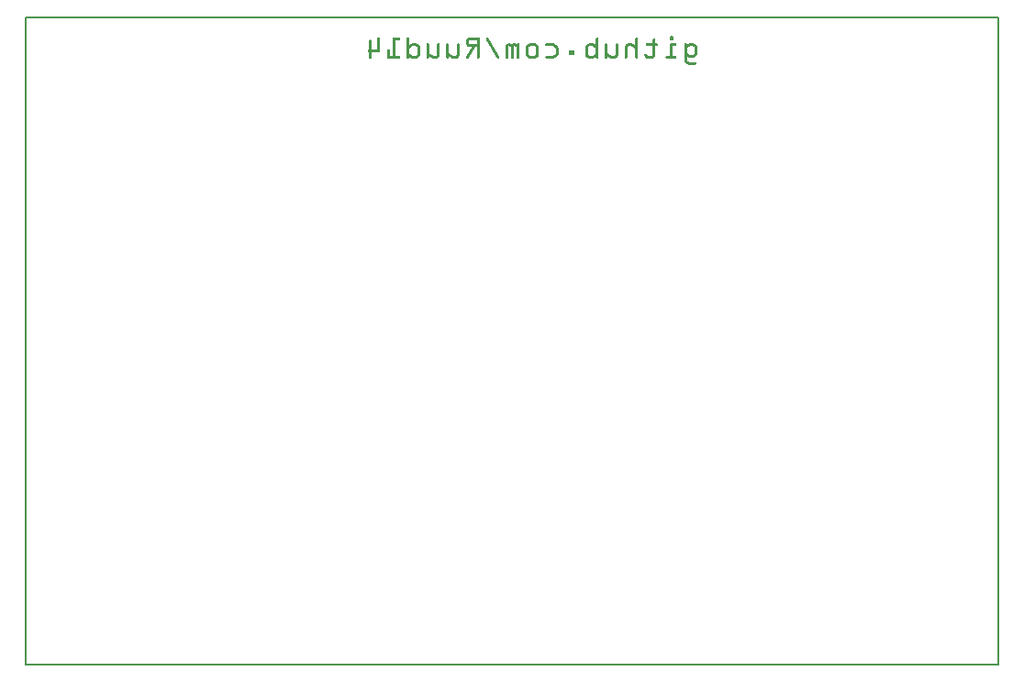
<source format=gbo>
G04 MADE WITH FRITZING*
G04 WWW.FRITZING.ORG*
G04 DOUBLE SIDED*
G04 HOLES PLATED*
G04 CONTOUR ON CENTER OF CONTOUR VECTOR*
%ASAXBY*%
%FSLAX23Y23*%
%MOIN*%
%OFA0B0*%
%SFA1.0B1.0*%
%ADD10R,3.543310X2.362200X3.527310X2.346200*%
%ADD11C,0.008000*%
%ADD12R,0.001000X0.001000*%
%LNSILK0*%
G90*
G70*
G54D11*
X4Y2358D02*
X3539Y2358D01*
X3539Y4D01*
X4Y4D01*
X4Y2358D01*
D02*
G54D12*
X2348Y2289D02*
X2355Y2289D01*
X2346Y2288D02*
X2357Y2288D01*
X2345Y2287D02*
X2358Y2287D01*
X2345Y2286D02*
X2358Y2286D01*
X2345Y2285D02*
X2358Y2285D01*
X1284Y2284D02*
X1289Y2284D01*
X1337Y2284D02*
X1363Y2284D01*
X1391Y2284D02*
X1396Y2284D01*
X1614Y2284D02*
X1653Y2284D01*
X1679Y2284D02*
X1684Y2284D01*
X2078Y2284D02*
X2083Y2284D01*
X2222Y2284D02*
X2227Y2284D01*
X2344Y2284D02*
X2359Y2284D01*
X1283Y2283D02*
X1290Y2283D01*
X1337Y2283D02*
X1364Y2283D01*
X1390Y2283D02*
X1397Y2283D01*
X1612Y2283D02*
X1653Y2283D01*
X1678Y2283D02*
X1685Y2283D01*
X2077Y2283D02*
X2084Y2283D01*
X2221Y2283D02*
X2228Y2283D01*
X2344Y2283D02*
X2359Y2283D01*
X1282Y2282D02*
X1291Y2282D01*
X1337Y2282D02*
X1365Y2282D01*
X1389Y2282D02*
X1397Y2282D01*
X1611Y2282D02*
X1653Y2282D01*
X1677Y2282D02*
X1685Y2282D01*
X2077Y2282D02*
X2085Y2282D01*
X2221Y2282D02*
X2229Y2282D01*
X2344Y2282D02*
X2359Y2282D01*
X1282Y2281D02*
X1291Y2281D01*
X1337Y2281D02*
X1365Y2281D01*
X1389Y2281D02*
X1398Y2281D01*
X1610Y2281D02*
X1653Y2281D01*
X1677Y2281D02*
X1686Y2281D01*
X2076Y2281D02*
X2085Y2281D01*
X2220Y2281D02*
X2229Y2281D01*
X2344Y2281D02*
X2359Y2281D01*
X1282Y2280D02*
X1291Y2280D01*
X1337Y2280D02*
X1365Y2280D01*
X1389Y2280D02*
X1398Y2280D01*
X1609Y2280D02*
X1653Y2280D01*
X1677Y2280D02*
X1687Y2280D01*
X2076Y2280D02*
X2085Y2280D01*
X2220Y2280D02*
X2229Y2280D01*
X2285Y2280D02*
X2289Y2280D01*
X2344Y2280D02*
X2359Y2280D01*
X1282Y2279D02*
X1291Y2279D01*
X1337Y2279D02*
X1365Y2279D01*
X1389Y2279D02*
X1398Y2279D01*
X1608Y2279D02*
X1653Y2279D01*
X1677Y2279D02*
X1687Y2279D01*
X2076Y2279D02*
X2085Y2279D01*
X2220Y2279D02*
X2229Y2279D01*
X2284Y2279D02*
X2290Y2279D01*
X2345Y2279D02*
X2358Y2279D01*
X1282Y2278D02*
X1291Y2278D01*
X1337Y2278D02*
X1365Y2278D01*
X1389Y2278D02*
X1398Y2278D01*
X1607Y2278D02*
X1653Y2278D01*
X1677Y2278D02*
X1688Y2278D01*
X2076Y2278D02*
X2085Y2278D01*
X2220Y2278D02*
X2229Y2278D01*
X2283Y2278D02*
X2291Y2278D01*
X2345Y2278D02*
X2358Y2278D01*
X1282Y2277D02*
X1291Y2277D01*
X1337Y2277D02*
X1364Y2277D01*
X1389Y2277D02*
X1398Y2277D01*
X1606Y2277D02*
X1653Y2277D01*
X1678Y2277D02*
X1688Y2277D01*
X2076Y2277D02*
X2085Y2277D01*
X2220Y2277D02*
X2229Y2277D01*
X2283Y2277D02*
X2291Y2277D01*
X2345Y2277D02*
X2358Y2277D01*
X1255Y2276D02*
X1258Y2276D01*
X1282Y2276D02*
X1291Y2276D01*
X1337Y2276D02*
X1364Y2276D01*
X1389Y2276D02*
X1398Y2276D01*
X1606Y2276D02*
X1653Y2276D01*
X1678Y2276D02*
X1689Y2276D01*
X2076Y2276D02*
X2085Y2276D01*
X2220Y2276D02*
X2229Y2276D01*
X2282Y2276D02*
X2291Y2276D01*
X2346Y2276D02*
X2357Y2276D01*
X1254Y2275D02*
X1260Y2275D01*
X1282Y2275D02*
X1291Y2275D01*
X1337Y2275D02*
X1362Y2275D01*
X1389Y2275D02*
X1398Y2275D01*
X1606Y2275D02*
X1653Y2275D01*
X1679Y2275D02*
X1689Y2275D01*
X2076Y2275D02*
X2085Y2275D01*
X2220Y2275D02*
X2229Y2275D01*
X2282Y2275D02*
X2291Y2275D01*
X2348Y2275D02*
X2355Y2275D01*
X1253Y2274D02*
X1261Y2274D01*
X1282Y2274D02*
X1291Y2274D01*
X1337Y2274D02*
X1346Y2274D01*
X1389Y2274D02*
X1398Y2274D01*
X1605Y2274D02*
X1616Y2274D01*
X1644Y2274D02*
X1653Y2274D01*
X1679Y2274D02*
X1690Y2274D01*
X2076Y2274D02*
X2085Y2274D01*
X2220Y2274D02*
X2229Y2274D01*
X2282Y2274D02*
X2291Y2274D01*
X1252Y2273D02*
X1261Y2273D01*
X1282Y2273D02*
X1291Y2273D01*
X1337Y2273D02*
X1346Y2273D01*
X1389Y2273D02*
X1398Y2273D01*
X1605Y2273D02*
X1615Y2273D01*
X1644Y2273D02*
X1653Y2273D01*
X1680Y2273D02*
X1691Y2273D01*
X2076Y2273D02*
X2085Y2273D01*
X2220Y2273D02*
X2229Y2273D01*
X2282Y2273D02*
X2291Y2273D01*
X1252Y2272D02*
X1261Y2272D01*
X1282Y2272D02*
X1291Y2272D01*
X1337Y2272D02*
X1346Y2272D01*
X1389Y2272D02*
X1398Y2272D01*
X1605Y2272D02*
X1614Y2272D01*
X1644Y2272D02*
X1653Y2272D01*
X1680Y2272D02*
X1691Y2272D01*
X2076Y2272D02*
X2085Y2272D01*
X2220Y2272D02*
X2229Y2272D01*
X2282Y2272D02*
X2291Y2272D01*
X1252Y2271D02*
X1261Y2271D01*
X1282Y2271D02*
X1291Y2271D01*
X1337Y2271D02*
X1346Y2271D01*
X1389Y2271D02*
X1398Y2271D01*
X1605Y2271D02*
X1614Y2271D01*
X1644Y2271D02*
X1653Y2271D01*
X1681Y2271D02*
X1692Y2271D01*
X2076Y2271D02*
X2085Y2271D01*
X2220Y2271D02*
X2229Y2271D01*
X2282Y2271D02*
X2291Y2271D01*
X1252Y2270D02*
X1261Y2270D01*
X1282Y2270D02*
X1291Y2270D01*
X1337Y2270D02*
X1346Y2270D01*
X1389Y2270D02*
X1398Y2270D01*
X1605Y2270D02*
X1614Y2270D01*
X1644Y2270D02*
X1653Y2270D01*
X1682Y2270D02*
X1692Y2270D01*
X2076Y2270D02*
X2085Y2270D01*
X2220Y2270D02*
X2229Y2270D01*
X2282Y2270D02*
X2291Y2270D01*
X1252Y2269D02*
X1261Y2269D01*
X1282Y2269D02*
X1291Y2269D01*
X1337Y2269D02*
X1346Y2269D01*
X1389Y2269D02*
X1398Y2269D01*
X1605Y2269D02*
X1614Y2269D01*
X1644Y2269D02*
X1653Y2269D01*
X1682Y2269D02*
X1693Y2269D01*
X2076Y2269D02*
X2085Y2269D01*
X2220Y2269D02*
X2229Y2269D01*
X2282Y2269D02*
X2291Y2269D01*
X1252Y2268D02*
X1261Y2268D01*
X1282Y2268D02*
X1291Y2268D01*
X1337Y2268D02*
X1346Y2268D01*
X1389Y2268D02*
X1398Y2268D01*
X1605Y2268D02*
X1614Y2268D01*
X1644Y2268D02*
X1653Y2268D01*
X1683Y2268D02*
X1694Y2268D01*
X2076Y2268D02*
X2085Y2268D01*
X2220Y2268D02*
X2229Y2268D01*
X2282Y2268D02*
X2291Y2268D01*
X1252Y2267D02*
X1261Y2267D01*
X1282Y2267D02*
X1291Y2267D01*
X1337Y2267D02*
X1346Y2267D01*
X1389Y2267D02*
X1398Y2267D01*
X1605Y2267D02*
X1614Y2267D01*
X1644Y2267D02*
X1653Y2267D01*
X1683Y2267D02*
X1694Y2267D01*
X2076Y2267D02*
X2085Y2267D01*
X2220Y2267D02*
X2229Y2267D01*
X2282Y2267D02*
X2291Y2267D01*
X1252Y2266D02*
X1261Y2266D01*
X1282Y2266D02*
X1291Y2266D01*
X1337Y2266D02*
X1346Y2266D01*
X1389Y2266D02*
X1398Y2266D01*
X1605Y2266D02*
X1614Y2266D01*
X1644Y2266D02*
X1653Y2266D01*
X1684Y2266D02*
X1695Y2266D01*
X2076Y2266D02*
X2085Y2266D01*
X2220Y2266D02*
X2229Y2266D01*
X2282Y2266D02*
X2291Y2266D01*
X1252Y2265D02*
X1261Y2265D01*
X1282Y2265D02*
X1291Y2265D01*
X1337Y2265D02*
X1346Y2265D01*
X1389Y2265D02*
X1398Y2265D01*
X1605Y2265D02*
X1614Y2265D01*
X1644Y2265D02*
X1653Y2265D01*
X1685Y2265D02*
X1695Y2265D01*
X2076Y2265D02*
X2085Y2265D01*
X2220Y2265D02*
X2229Y2265D01*
X2282Y2265D02*
X2291Y2265D01*
X1252Y2264D02*
X1261Y2264D01*
X1282Y2264D02*
X1291Y2264D01*
X1337Y2264D02*
X1346Y2264D01*
X1389Y2264D02*
X1398Y2264D01*
X1605Y2264D02*
X1614Y2264D01*
X1644Y2264D02*
X1653Y2264D01*
X1685Y2264D02*
X1696Y2264D01*
X2076Y2264D02*
X2085Y2264D01*
X2220Y2264D02*
X2229Y2264D01*
X2282Y2264D02*
X2292Y2264D01*
X1252Y2263D02*
X1261Y2263D01*
X1282Y2263D02*
X1291Y2263D01*
X1337Y2263D02*
X1346Y2263D01*
X1389Y2263D02*
X1398Y2263D01*
X1408Y2263D02*
X1424Y2263D01*
X1463Y2263D02*
X1467Y2263D01*
X1503Y2263D02*
X1507Y2263D01*
X1535Y2263D02*
X1539Y2263D01*
X1575Y2263D02*
X1579Y2263D01*
X1605Y2263D02*
X1614Y2263D01*
X1644Y2263D02*
X1653Y2263D01*
X1686Y2263D02*
X1697Y2263D01*
X1758Y2263D02*
X1764Y2263D01*
X1776Y2263D02*
X1784Y2263D01*
X1792Y2263D02*
X1796Y2263D01*
X1835Y2263D02*
X1856Y2263D01*
X1895Y2263D02*
X1923Y2263D01*
X2051Y2263D02*
X2066Y2263D01*
X2076Y2263D02*
X2085Y2263D01*
X2111Y2263D02*
X2115Y2263D01*
X2151Y2263D02*
X2155Y2263D01*
X2192Y2263D02*
X2206Y2263D01*
X2220Y2263D02*
X2229Y2263D01*
X2260Y2263D02*
X2299Y2263D01*
X2347Y2263D02*
X2366Y2263D01*
X2399Y2263D02*
X2403Y2263D01*
X2415Y2263D02*
X2432Y2263D01*
X1252Y2262D02*
X1261Y2262D01*
X1282Y2262D02*
X1291Y2262D01*
X1337Y2262D02*
X1346Y2262D01*
X1389Y2262D02*
X1398Y2262D01*
X1405Y2262D02*
X1426Y2262D01*
X1462Y2262D02*
X1469Y2262D01*
X1502Y2262D02*
X1508Y2262D01*
X1534Y2262D02*
X1541Y2262D01*
X1574Y2262D02*
X1580Y2262D01*
X1605Y2262D02*
X1614Y2262D01*
X1644Y2262D02*
X1653Y2262D01*
X1686Y2262D02*
X1697Y2262D01*
X1756Y2262D02*
X1766Y2262D01*
X1774Y2262D02*
X1786Y2262D01*
X1790Y2262D02*
X1797Y2262D01*
X1832Y2262D02*
X1858Y2262D01*
X1894Y2262D02*
X1925Y2262D01*
X2048Y2262D02*
X2069Y2262D01*
X2076Y2262D02*
X2085Y2262D01*
X2110Y2262D02*
X2116Y2262D01*
X2150Y2262D02*
X2156Y2262D01*
X2190Y2262D02*
X2209Y2262D01*
X2220Y2262D02*
X2229Y2262D01*
X2259Y2262D02*
X2300Y2262D01*
X2346Y2262D02*
X2367Y2262D01*
X2398Y2262D02*
X2404Y2262D01*
X2413Y2262D02*
X2434Y2262D01*
X1252Y2261D02*
X1261Y2261D01*
X1282Y2261D02*
X1291Y2261D01*
X1337Y2261D02*
X1346Y2261D01*
X1389Y2261D02*
X1398Y2261D01*
X1404Y2261D02*
X1428Y2261D01*
X1461Y2261D02*
X1469Y2261D01*
X1501Y2261D02*
X1509Y2261D01*
X1533Y2261D02*
X1541Y2261D01*
X1573Y2261D02*
X1581Y2261D01*
X1605Y2261D02*
X1615Y2261D01*
X1644Y2261D02*
X1653Y2261D01*
X1687Y2261D02*
X1698Y2261D01*
X1754Y2261D02*
X1768Y2261D01*
X1773Y2261D02*
X1788Y2261D01*
X1790Y2261D02*
X1798Y2261D01*
X1831Y2261D02*
X1859Y2261D01*
X1893Y2261D02*
X1927Y2261D01*
X2047Y2261D02*
X2071Y2261D01*
X2076Y2261D02*
X2085Y2261D01*
X2109Y2261D02*
X2117Y2261D01*
X2149Y2261D02*
X2157Y2261D01*
X2188Y2261D02*
X2210Y2261D01*
X2220Y2261D02*
X2229Y2261D01*
X2258Y2261D02*
X2301Y2261D01*
X2345Y2261D02*
X2368Y2261D01*
X2397Y2261D02*
X2405Y2261D01*
X2412Y2261D02*
X2435Y2261D01*
X1252Y2260D02*
X1261Y2260D01*
X1282Y2260D02*
X1291Y2260D01*
X1337Y2260D02*
X1346Y2260D01*
X1389Y2260D02*
X1398Y2260D01*
X1402Y2260D02*
X1429Y2260D01*
X1461Y2260D02*
X1470Y2260D01*
X1501Y2260D02*
X1509Y2260D01*
X1533Y2260D02*
X1542Y2260D01*
X1573Y2260D02*
X1581Y2260D01*
X1605Y2260D02*
X1617Y2260D01*
X1644Y2260D02*
X1653Y2260D01*
X1687Y2260D02*
X1698Y2260D01*
X1753Y2260D02*
X1769Y2260D01*
X1772Y2260D02*
X1798Y2260D01*
X1829Y2260D02*
X1861Y2260D01*
X1893Y2260D02*
X1928Y2260D01*
X2045Y2260D02*
X2072Y2260D01*
X2076Y2260D02*
X2085Y2260D01*
X2109Y2260D02*
X2117Y2260D01*
X2149Y2260D02*
X2157Y2260D01*
X2187Y2260D02*
X2212Y2260D01*
X2220Y2260D02*
X2229Y2260D01*
X2258Y2260D02*
X2301Y2260D01*
X2345Y2260D02*
X2368Y2260D01*
X2397Y2260D02*
X2405Y2260D01*
X2410Y2260D02*
X2437Y2260D01*
X1252Y2259D02*
X1261Y2259D01*
X1282Y2259D02*
X1291Y2259D01*
X1337Y2259D02*
X1346Y2259D01*
X1389Y2259D02*
X1398Y2259D01*
X1401Y2259D02*
X1430Y2259D01*
X1461Y2259D02*
X1470Y2259D01*
X1500Y2259D02*
X1509Y2259D01*
X1533Y2259D02*
X1542Y2259D01*
X1572Y2259D02*
X1581Y2259D01*
X1606Y2259D02*
X1653Y2259D01*
X1688Y2259D02*
X1699Y2259D01*
X1752Y2259D02*
X1798Y2259D01*
X1828Y2259D02*
X1862Y2259D01*
X1893Y2259D02*
X1929Y2259D01*
X2044Y2259D02*
X2073Y2259D01*
X2076Y2259D02*
X2085Y2259D01*
X2109Y2259D02*
X2118Y2259D01*
X2148Y2259D02*
X2157Y2259D01*
X2186Y2259D02*
X2213Y2259D01*
X2220Y2259D02*
X2229Y2259D01*
X2258Y2259D02*
X2301Y2259D01*
X2344Y2259D02*
X2368Y2259D01*
X2397Y2259D02*
X2406Y2259D01*
X2409Y2259D02*
X2438Y2259D01*
X1252Y2258D02*
X1261Y2258D01*
X1282Y2258D02*
X1291Y2258D01*
X1337Y2258D02*
X1346Y2258D01*
X1389Y2258D02*
X1398Y2258D01*
X1400Y2258D02*
X1431Y2258D01*
X1461Y2258D02*
X1470Y2258D01*
X1500Y2258D02*
X1509Y2258D01*
X1533Y2258D02*
X1542Y2258D01*
X1572Y2258D02*
X1581Y2258D01*
X1606Y2258D02*
X1653Y2258D01*
X1689Y2258D02*
X1699Y2258D01*
X1751Y2258D02*
X1798Y2258D01*
X1827Y2258D02*
X1863Y2258D01*
X1893Y2258D02*
X1931Y2258D01*
X2043Y2258D02*
X2085Y2258D01*
X2109Y2258D02*
X2118Y2258D01*
X2148Y2258D02*
X2157Y2258D01*
X2185Y2258D02*
X2215Y2258D01*
X2220Y2258D02*
X2229Y2258D01*
X2258Y2258D02*
X2301Y2258D01*
X2344Y2258D02*
X2368Y2258D01*
X2397Y2258D02*
X2406Y2258D01*
X2408Y2258D02*
X2439Y2258D01*
X1252Y2257D02*
X1261Y2257D01*
X1282Y2257D02*
X1291Y2257D01*
X1337Y2257D02*
X1346Y2257D01*
X1389Y2257D02*
X1432Y2257D01*
X1461Y2257D02*
X1470Y2257D01*
X1500Y2257D02*
X1509Y2257D01*
X1533Y2257D02*
X1542Y2257D01*
X1572Y2257D02*
X1581Y2257D01*
X1607Y2257D02*
X1653Y2257D01*
X1689Y2257D02*
X1700Y2257D01*
X1751Y2257D02*
X1798Y2257D01*
X1826Y2257D02*
X1864Y2257D01*
X1893Y2257D02*
X1932Y2257D01*
X2042Y2257D02*
X2085Y2257D01*
X2109Y2257D02*
X2118Y2257D01*
X2148Y2257D02*
X2157Y2257D01*
X2184Y2257D02*
X2217Y2257D01*
X2220Y2257D02*
X2229Y2257D01*
X2258Y2257D02*
X2301Y2257D01*
X2344Y2257D02*
X2368Y2257D01*
X2397Y2257D02*
X2440Y2257D01*
X1252Y2256D02*
X1261Y2256D01*
X1282Y2256D02*
X1291Y2256D01*
X1337Y2256D02*
X1346Y2256D01*
X1389Y2256D02*
X1433Y2256D01*
X1461Y2256D02*
X1470Y2256D01*
X1500Y2256D02*
X1509Y2256D01*
X1533Y2256D02*
X1542Y2256D01*
X1572Y2256D02*
X1581Y2256D01*
X1607Y2256D02*
X1653Y2256D01*
X1690Y2256D02*
X1701Y2256D01*
X1750Y2256D02*
X1798Y2256D01*
X1825Y2256D02*
X1865Y2256D01*
X1893Y2256D02*
X1933Y2256D01*
X2041Y2256D02*
X2085Y2256D01*
X2109Y2256D02*
X2118Y2256D01*
X2148Y2256D02*
X2157Y2256D01*
X2184Y2256D02*
X2218Y2256D01*
X2220Y2256D02*
X2229Y2256D01*
X2258Y2256D02*
X2301Y2256D01*
X2344Y2256D02*
X2368Y2256D01*
X2397Y2256D02*
X2441Y2256D01*
X1252Y2255D02*
X1261Y2255D01*
X1282Y2255D02*
X1291Y2255D01*
X1337Y2255D02*
X1346Y2255D01*
X1389Y2255D02*
X1434Y2255D01*
X1461Y2255D02*
X1470Y2255D01*
X1500Y2255D02*
X1509Y2255D01*
X1533Y2255D02*
X1542Y2255D01*
X1572Y2255D02*
X1581Y2255D01*
X1608Y2255D02*
X1653Y2255D01*
X1690Y2255D02*
X1701Y2255D01*
X1750Y2255D02*
X1798Y2255D01*
X1824Y2255D02*
X1866Y2255D01*
X1894Y2255D02*
X1934Y2255D01*
X2040Y2255D02*
X2085Y2255D01*
X2109Y2255D02*
X2118Y2255D01*
X2148Y2255D02*
X2157Y2255D01*
X2183Y2255D02*
X2229Y2255D01*
X2259Y2255D02*
X2300Y2255D01*
X2344Y2255D02*
X2367Y2255D01*
X2397Y2255D02*
X2442Y2255D01*
X1252Y2254D02*
X1261Y2254D01*
X1282Y2254D02*
X1291Y2254D01*
X1337Y2254D02*
X1346Y2254D01*
X1389Y2254D02*
X1435Y2254D01*
X1461Y2254D02*
X1470Y2254D01*
X1500Y2254D02*
X1509Y2254D01*
X1533Y2254D02*
X1542Y2254D01*
X1572Y2254D02*
X1581Y2254D01*
X1609Y2254D02*
X1653Y2254D01*
X1691Y2254D02*
X1702Y2254D01*
X1750Y2254D02*
X1798Y2254D01*
X1823Y2254D02*
X1867Y2254D01*
X1896Y2254D02*
X1935Y2254D01*
X2039Y2254D02*
X2085Y2254D01*
X2109Y2254D02*
X2118Y2254D01*
X2148Y2254D02*
X2157Y2254D01*
X2183Y2254D02*
X2229Y2254D01*
X2261Y2254D02*
X2298Y2254D01*
X2344Y2254D02*
X2365Y2254D01*
X2397Y2254D02*
X2443Y2254D01*
X1252Y2253D02*
X1261Y2253D01*
X1282Y2253D02*
X1291Y2253D01*
X1337Y2253D02*
X1346Y2253D01*
X1389Y2253D02*
X1409Y2253D01*
X1422Y2253D02*
X1436Y2253D01*
X1461Y2253D02*
X1470Y2253D01*
X1500Y2253D02*
X1509Y2253D01*
X1533Y2253D02*
X1542Y2253D01*
X1572Y2253D02*
X1581Y2253D01*
X1610Y2253D02*
X1653Y2253D01*
X1692Y2253D02*
X1702Y2253D01*
X1749Y2253D02*
X1759Y2253D01*
X1762Y2253D02*
X1778Y2253D01*
X1782Y2253D02*
X1798Y2253D01*
X1822Y2253D02*
X1836Y2253D01*
X1854Y2253D02*
X1867Y2253D01*
X1921Y2253D02*
X1936Y2253D01*
X2038Y2253D02*
X2052Y2253D01*
X2065Y2253D02*
X2085Y2253D01*
X2109Y2253D02*
X2118Y2253D01*
X2148Y2253D02*
X2157Y2253D01*
X2182Y2253D02*
X2193Y2253D01*
X2205Y2253D02*
X2229Y2253D01*
X2282Y2253D02*
X2291Y2253D01*
X2344Y2253D02*
X2353Y2253D01*
X2397Y2253D02*
X2417Y2253D01*
X2430Y2253D02*
X2443Y2253D01*
X1252Y2252D02*
X1261Y2252D01*
X1282Y2252D02*
X1291Y2252D01*
X1337Y2252D02*
X1346Y2252D01*
X1389Y2252D02*
X1408Y2252D01*
X1424Y2252D02*
X1436Y2252D01*
X1461Y2252D02*
X1470Y2252D01*
X1500Y2252D02*
X1509Y2252D01*
X1533Y2252D02*
X1542Y2252D01*
X1572Y2252D02*
X1581Y2252D01*
X1611Y2252D02*
X1653Y2252D01*
X1692Y2252D02*
X1703Y2252D01*
X1749Y2252D02*
X1758Y2252D01*
X1764Y2252D02*
X1778Y2252D01*
X1784Y2252D02*
X1798Y2252D01*
X1822Y2252D02*
X1834Y2252D01*
X1856Y2252D02*
X1868Y2252D01*
X1923Y2252D02*
X1937Y2252D01*
X2038Y2252D02*
X2050Y2252D01*
X2067Y2252D02*
X2085Y2252D01*
X2109Y2252D02*
X2118Y2252D01*
X2148Y2252D02*
X2157Y2252D01*
X2182Y2252D02*
X2192Y2252D01*
X2207Y2252D02*
X2229Y2252D01*
X2282Y2252D02*
X2291Y2252D01*
X2344Y2252D02*
X2353Y2252D01*
X2397Y2252D02*
X2415Y2252D01*
X2432Y2252D02*
X2444Y2252D01*
X1252Y2251D02*
X1261Y2251D01*
X1282Y2251D02*
X1291Y2251D01*
X1337Y2251D02*
X1346Y2251D01*
X1389Y2251D02*
X1406Y2251D01*
X1425Y2251D02*
X1437Y2251D01*
X1461Y2251D02*
X1470Y2251D01*
X1500Y2251D02*
X1509Y2251D01*
X1533Y2251D02*
X1542Y2251D01*
X1572Y2251D02*
X1581Y2251D01*
X1613Y2251D02*
X1653Y2251D01*
X1693Y2251D02*
X1704Y2251D01*
X1749Y2251D02*
X1758Y2251D01*
X1765Y2251D02*
X1778Y2251D01*
X1785Y2251D02*
X1798Y2251D01*
X1822Y2251D02*
X1833Y2251D01*
X1857Y2251D02*
X1868Y2251D01*
X1924Y2251D02*
X1938Y2251D01*
X2038Y2251D02*
X2049Y2251D01*
X2068Y2251D02*
X2085Y2251D01*
X2109Y2251D02*
X2118Y2251D01*
X2148Y2251D02*
X2157Y2251D01*
X2182Y2251D02*
X2192Y2251D01*
X2208Y2251D02*
X2229Y2251D01*
X2282Y2251D02*
X2291Y2251D01*
X2344Y2251D02*
X2353Y2251D01*
X2397Y2251D02*
X2414Y2251D01*
X2433Y2251D02*
X2444Y2251D01*
X1252Y2250D02*
X1261Y2250D01*
X1282Y2250D02*
X1291Y2250D01*
X1337Y2250D02*
X1346Y2250D01*
X1389Y2250D02*
X1405Y2250D01*
X1426Y2250D02*
X1437Y2250D01*
X1461Y2250D02*
X1470Y2250D01*
X1500Y2250D02*
X1509Y2250D01*
X1533Y2250D02*
X1542Y2250D01*
X1572Y2250D02*
X1581Y2250D01*
X1616Y2250D02*
X1653Y2250D01*
X1693Y2250D02*
X1704Y2250D01*
X1749Y2250D02*
X1758Y2250D01*
X1766Y2250D02*
X1778Y2250D01*
X1786Y2250D02*
X1798Y2250D01*
X1821Y2250D02*
X1832Y2250D01*
X1858Y2250D02*
X1869Y2250D01*
X1925Y2250D02*
X1939Y2250D01*
X2037Y2250D02*
X2048Y2250D01*
X2069Y2250D02*
X2085Y2250D01*
X2109Y2250D02*
X2118Y2250D01*
X2148Y2250D02*
X2157Y2250D01*
X2182Y2250D02*
X2191Y2250D01*
X2210Y2250D02*
X2229Y2250D01*
X2282Y2250D02*
X2291Y2250D01*
X2344Y2250D02*
X2353Y2250D01*
X2397Y2250D02*
X2413Y2250D01*
X2434Y2250D02*
X2445Y2250D01*
X1252Y2249D02*
X1261Y2249D01*
X1282Y2249D02*
X1291Y2249D01*
X1337Y2249D02*
X1346Y2249D01*
X1389Y2249D02*
X1404Y2249D01*
X1427Y2249D02*
X1437Y2249D01*
X1461Y2249D02*
X1470Y2249D01*
X1500Y2249D02*
X1509Y2249D01*
X1533Y2249D02*
X1542Y2249D01*
X1572Y2249D02*
X1581Y2249D01*
X1625Y2249D02*
X1636Y2249D01*
X1644Y2249D02*
X1653Y2249D01*
X1694Y2249D02*
X1705Y2249D01*
X1749Y2249D02*
X1758Y2249D01*
X1767Y2249D02*
X1778Y2249D01*
X1787Y2249D02*
X1798Y2249D01*
X1821Y2249D02*
X1831Y2249D01*
X1859Y2249D02*
X1869Y2249D01*
X1926Y2249D02*
X1939Y2249D01*
X2037Y2249D02*
X2047Y2249D01*
X2070Y2249D02*
X2085Y2249D01*
X2109Y2249D02*
X2118Y2249D01*
X2148Y2249D02*
X2157Y2249D01*
X2182Y2249D02*
X2191Y2249D01*
X2211Y2249D02*
X2229Y2249D01*
X2282Y2249D02*
X2291Y2249D01*
X2344Y2249D02*
X2353Y2249D01*
X2397Y2249D02*
X2412Y2249D01*
X2435Y2249D02*
X2445Y2249D01*
X1252Y2248D02*
X1261Y2248D01*
X1282Y2248D02*
X1291Y2248D01*
X1337Y2248D02*
X1346Y2248D01*
X1389Y2248D02*
X1403Y2248D01*
X1428Y2248D02*
X1437Y2248D01*
X1461Y2248D02*
X1470Y2248D01*
X1500Y2248D02*
X1509Y2248D01*
X1533Y2248D02*
X1542Y2248D01*
X1572Y2248D02*
X1581Y2248D01*
X1625Y2248D02*
X1636Y2248D01*
X1644Y2248D02*
X1653Y2248D01*
X1694Y2248D02*
X1705Y2248D01*
X1749Y2248D02*
X1758Y2248D01*
X1768Y2248D02*
X1778Y2248D01*
X1788Y2248D02*
X1798Y2248D01*
X1821Y2248D02*
X1830Y2248D01*
X1860Y2248D02*
X1869Y2248D01*
X1927Y2248D02*
X1940Y2248D01*
X2037Y2248D02*
X2046Y2248D01*
X2071Y2248D02*
X2085Y2248D01*
X2109Y2248D02*
X2118Y2248D01*
X2148Y2248D02*
X2157Y2248D01*
X2182Y2248D02*
X2191Y2248D01*
X2213Y2248D02*
X2229Y2248D01*
X2282Y2248D02*
X2291Y2248D01*
X2344Y2248D02*
X2353Y2248D01*
X2397Y2248D02*
X2411Y2248D01*
X2436Y2248D02*
X2445Y2248D01*
X1252Y2247D02*
X1261Y2247D01*
X1282Y2247D02*
X1291Y2247D01*
X1337Y2247D02*
X1346Y2247D01*
X1389Y2247D02*
X1402Y2247D01*
X1428Y2247D02*
X1437Y2247D01*
X1461Y2247D02*
X1470Y2247D01*
X1500Y2247D02*
X1509Y2247D01*
X1533Y2247D02*
X1542Y2247D01*
X1572Y2247D02*
X1581Y2247D01*
X1624Y2247D02*
X1635Y2247D01*
X1644Y2247D02*
X1653Y2247D01*
X1695Y2247D02*
X1706Y2247D01*
X1749Y2247D02*
X1758Y2247D01*
X1768Y2247D02*
X1778Y2247D01*
X1789Y2247D02*
X1798Y2247D01*
X1821Y2247D02*
X1830Y2247D01*
X1860Y2247D02*
X1869Y2247D01*
X1928Y2247D02*
X1940Y2247D01*
X2037Y2247D02*
X2046Y2247D01*
X2072Y2247D02*
X2085Y2247D01*
X2109Y2247D02*
X2118Y2247D01*
X2148Y2247D02*
X2157Y2247D01*
X2182Y2247D02*
X2191Y2247D01*
X2214Y2247D02*
X2229Y2247D01*
X2282Y2247D02*
X2291Y2247D01*
X2344Y2247D02*
X2353Y2247D01*
X2397Y2247D02*
X2410Y2247D01*
X2436Y2247D02*
X2445Y2247D01*
X1252Y2246D02*
X1261Y2246D01*
X1282Y2246D02*
X1291Y2246D01*
X1337Y2246D02*
X1346Y2246D01*
X1389Y2246D02*
X1401Y2246D01*
X1428Y2246D02*
X1437Y2246D01*
X1461Y2246D02*
X1470Y2246D01*
X1500Y2246D02*
X1509Y2246D01*
X1533Y2246D02*
X1542Y2246D01*
X1572Y2246D02*
X1581Y2246D01*
X1624Y2246D02*
X1634Y2246D01*
X1644Y2246D02*
X1653Y2246D01*
X1696Y2246D02*
X1706Y2246D01*
X1749Y2246D02*
X1758Y2246D01*
X1768Y2246D02*
X1778Y2246D01*
X1789Y2246D02*
X1798Y2246D01*
X1821Y2246D02*
X1830Y2246D01*
X1860Y2246D02*
X1869Y2246D01*
X1930Y2246D02*
X1941Y2246D01*
X2037Y2246D02*
X2046Y2246D01*
X2074Y2246D02*
X2085Y2246D01*
X2109Y2246D02*
X2118Y2246D01*
X2148Y2246D02*
X2157Y2246D01*
X2182Y2246D02*
X2191Y2246D01*
X2216Y2246D02*
X2229Y2246D01*
X2282Y2246D02*
X2291Y2246D01*
X2344Y2246D02*
X2353Y2246D01*
X2397Y2246D02*
X2409Y2246D01*
X2436Y2246D02*
X2445Y2246D01*
X1252Y2245D02*
X1261Y2245D01*
X1282Y2245D02*
X1291Y2245D01*
X1337Y2245D02*
X1346Y2245D01*
X1389Y2245D02*
X1399Y2245D01*
X1428Y2245D02*
X1437Y2245D01*
X1461Y2245D02*
X1470Y2245D01*
X1500Y2245D02*
X1509Y2245D01*
X1533Y2245D02*
X1542Y2245D01*
X1572Y2245D02*
X1581Y2245D01*
X1623Y2245D02*
X1634Y2245D01*
X1644Y2245D02*
X1653Y2245D01*
X1696Y2245D02*
X1707Y2245D01*
X1749Y2245D02*
X1758Y2245D01*
X1768Y2245D02*
X1778Y2245D01*
X1789Y2245D02*
X1798Y2245D01*
X1821Y2245D02*
X1830Y2245D01*
X1860Y2245D02*
X1869Y2245D01*
X1931Y2245D02*
X1941Y2245D01*
X2037Y2245D02*
X2046Y2245D01*
X2075Y2245D02*
X2085Y2245D01*
X2109Y2245D02*
X2118Y2245D01*
X2148Y2245D02*
X2157Y2245D01*
X2182Y2245D02*
X2191Y2245D01*
X2217Y2245D02*
X2229Y2245D01*
X2282Y2245D02*
X2291Y2245D01*
X2344Y2245D02*
X2353Y2245D01*
X2397Y2245D02*
X2407Y2245D01*
X2436Y2245D02*
X2445Y2245D01*
X1252Y2244D02*
X1261Y2244D01*
X1282Y2244D02*
X1291Y2244D01*
X1337Y2244D02*
X1346Y2244D01*
X1389Y2244D02*
X1399Y2244D01*
X1428Y2244D02*
X1437Y2244D01*
X1461Y2244D02*
X1470Y2244D01*
X1500Y2244D02*
X1509Y2244D01*
X1533Y2244D02*
X1542Y2244D01*
X1572Y2244D02*
X1581Y2244D01*
X1622Y2244D02*
X1633Y2244D01*
X1644Y2244D02*
X1653Y2244D01*
X1697Y2244D02*
X1708Y2244D01*
X1749Y2244D02*
X1758Y2244D01*
X1768Y2244D02*
X1778Y2244D01*
X1789Y2244D02*
X1798Y2244D01*
X1821Y2244D02*
X1830Y2244D01*
X1860Y2244D02*
X1869Y2244D01*
X1932Y2244D02*
X1941Y2244D01*
X2037Y2244D02*
X2046Y2244D01*
X2076Y2244D02*
X2085Y2244D01*
X2109Y2244D02*
X2118Y2244D01*
X2148Y2244D02*
X2157Y2244D01*
X2182Y2244D02*
X2191Y2244D01*
X2219Y2244D02*
X2229Y2244D01*
X2282Y2244D02*
X2291Y2244D01*
X2344Y2244D02*
X2353Y2244D01*
X2397Y2244D02*
X2406Y2244D01*
X2436Y2244D02*
X2445Y2244D01*
X1252Y2243D02*
X1261Y2243D01*
X1282Y2243D02*
X1291Y2243D01*
X1337Y2243D02*
X1346Y2243D01*
X1389Y2243D02*
X1398Y2243D01*
X1428Y2243D02*
X1437Y2243D01*
X1461Y2243D02*
X1470Y2243D01*
X1500Y2243D02*
X1509Y2243D01*
X1533Y2243D02*
X1542Y2243D01*
X1572Y2243D02*
X1581Y2243D01*
X1622Y2243D02*
X1633Y2243D01*
X1644Y2243D02*
X1653Y2243D01*
X1697Y2243D02*
X1708Y2243D01*
X1749Y2243D02*
X1758Y2243D01*
X1768Y2243D02*
X1778Y2243D01*
X1789Y2243D02*
X1798Y2243D01*
X1821Y2243D02*
X1830Y2243D01*
X1860Y2243D02*
X1869Y2243D01*
X1932Y2243D02*
X1941Y2243D01*
X2037Y2243D02*
X2046Y2243D01*
X2076Y2243D02*
X2085Y2243D01*
X2109Y2243D02*
X2118Y2243D01*
X2148Y2243D02*
X2157Y2243D01*
X2182Y2243D02*
X2191Y2243D01*
X2220Y2243D02*
X2229Y2243D01*
X2282Y2243D02*
X2291Y2243D01*
X2344Y2243D02*
X2353Y2243D01*
X2397Y2243D02*
X2406Y2243D01*
X2436Y2243D02*
X2445Y2243D01*
X1250Y2242D02*
X1291Y2242D01*
X1319Y2242D02*
X1323Y2242D01*
X1337Y2242D02*
X1346Y2242D01*
X1389Y2242D02*
X1398Y2242D01*
X1428Y2242D02*
X1437Y2242D01*
X1461Y2242D02*
X1470Y2242D01*
X1500Y2242D02*
X1509Y2242D01*
X1533Y2242D02*
X1542Y2242D01*
X1572Y2242D02*
X1581Y2242D01*
X1621Y2242D02*
X1632Y2242D01*
X1644Y2242D02*
X1653Y2242D01*
X1698Y2242D02*
X1709Y2242D01*
X1749Y2242D02*
X1758Y2242D01*
X1768Y2242D02*
X1778Y2242D01*
X1789Y2242D02*
X1798Y2242D01*
X1821Y2242D02*
X1830Y2242D01*
X1860Y2242D02*
X1869Y2242D01*
X1932Y2242D02*
X1941Y2242D01*
X2037Y2242D02*
X2046Y2242D01*
X2076Y2242D02*
X2085Y2242D01*
X2109Y2242D02*
X2118Y2242D01*
X2148Y2242D02*
X2157Y2242D01*
X2182Y2242D02*
X2191Y2242D01*
X2220Y2242D02*
X2229Y2242D01*
X2282Y2242D02*
X2291Y2242D01*
X2344Y2242D02*
X2353Y2242D01*
X2397Y2242D02*
X2406Y2242D01*
X2436Y2242D02*
X2445Y2242D01*
X1249Y2241D02*
X1291Y2241D01*
X1318Y2241D02*
X1324Y2241D01*
X1337Y2241D02*
X1346Y2241D01*
X1389Y2241D02*
X1398Y2241D01*
X1428Y2241D02*
X1437Y2241D01*
X1461Y2241D02*
X1470Y2241D01*
X1500Y2241D02*
X1509Y2241D01*
X1533Y2241D02*
X1542Y2241D01*
X1572Y2241D02*
X1581Y2241D01*
X1621Y2241D02*
X1632Y2241D01*
X1644Y2241D02*
X1653Y2241D01*
X1699Y2241D02*
X1709Y2241D01*
X1749Y2241D02*
X1758Y2241D01*
X1768Y2241D02*
X1778Y2241D01*
X1789Y2241D02*
X1798Y2241D01*
X1821Y2241D02*
X1830Y2241D01*
X1860Y2241D02*
X1869Y2241D01*
X1932Y2241D02*
X1941Y2241D01*
X2037Y2241D02*
X2046Y2241D01*
X2076Y2241D02*
X2085Y2241D01*
X2109Y2241D02*
X2118Y2241D01*
X2148Y2241D02*
X2157Y2241D01*
X2182Y2241D02*
X2191Y2241D01*
X2220Y2241D02*
X2229Y2241D01*
X2282Y2241D02*
X2291Y2241D01*
X2344Y2241D02*
X2353Y2241D01*
X2397Y2241D02*
X2406Y2241D01*
X2436Y2241D02*
X2445Y2241D01*
X1248Y2240D02*
X1291Y2240D01*
X1317Y2240D02*
X1325Y2240D01*
X1337Y2240D02*
X1346Y2240D01*
X1389Y2240D02*
X1398Y2240D01*
X1428Y2240D02*
X1437Y2240D01*
X1461Y2240D02*
X1470Y2240D01*
X1500Y2240D02*
X1509Y2240D01*
X1533Y2240D02*
X1542Y2240D01*
X1572Y2240D02*
X1581Y2240D01*
X1620Y2240D02*
X1631Y2240D01*
X1644Y2240D02*
X1653Y2240D01*
X1699Y2240D02*
X1710Y2240D01*
X1749Y2240D02*
X1758Y2240D01*
X1768Y2240D02*
X1778Y2240D01*
X1789Y2240D02*
X1798Y2240D01*
X1821Y2240D02*
X1830Y2240D01*
X1860Y2240D02*
X1869Y2240D01*
X1932Y2240D02*
X1941Y2240D01*
X2037Y2240D02*
X2046Y2240D01*
X2076Y2240D02*
X2085Y2240D01*
X2109Y2240D02*
X2118Y2240D01*
X2148Y2240D02*
X2157Y2240D01*
X2182Y2240D02*
X2191Y2240D01*
X2220Y2240D02*
X2229Y2240D01*
X2282Y2240D02*
X2291Y2240D01*
X2344Y2240D02*
X2353Y2240D01*
X2397Y2240D02*
X2406Y2240D01*
X2436Y2240D02*
X2445Y2240D01*
X1247Y2239D02*
X1291Y2239D01*
X1317Y2239D02*
X1326Y2239D01*
X1337Y2239D02*
X1346Y2239D01*
X1389Y2239D02*
X1398Y2239D01*
X1428Y2239D02*
X1437Y2239D01*
X1461Y2239D02*
X1470Y2239D01*
X1500Y2239D02*
X1509Y2239D01*
X1533Y2239D02*
X1542Y2239D01*
X1572Y2239D02*
X1581Y2239D01*
X1620Y2239D02*
X1630Y2239D01*
X1644Y2239D02*
X1653Y2239D01*
X1700Y2239D02*
X1711Y2239D01*
X1749Y2239D02*
X1758Y2239D01*
X1768Y2239D02*
X1778Y2239D01*
X1789Y2239D02*
X1798Y2239D01*
X1821Y2239D02*
X1830Y2239D01*
X1860Y2239D02*
X1869Y2239D01*
X1932Y2239D02*
X1941Y2239D01*
X2037Y2239D02*
X2046Y2239D01*
X2076Y2239D02*
X2085Y2239D01*
X2109Y2239D02*
X2118Y2239D01*
X2148Y2239D02*
X2157Y2239D01*
X2182Y2239D02*
X2191Y2239D01*
X2220Y2239D02*
X2229Y2239D01*
X2282Y2239D02*
X2291Y2239D01*
X2344Y2239D02*
X2353Y2239D01*
X2397Y2239D02*
X2406Y2239D01*
X2436Y2239D02*
X2445Y2239D01*
X1247Y2238D02*
X1291Y2238D01*
X1317Y2238D02*
X1326Y2238D01*
X1337Y2238D02*
X1346Y2238D01*
X1389Y2238D02*
X1398Y2238D01*
X1428Y2238D02*
X1437Y2238D01*
X1461Y2238D02*
X1470Y2238D01*
X1500Y2238D02*
X1509Y2238D01*
X1533Y2238D02*
X1542Y2238D01*
X1572Y2238D02*
X1581Y2238D01*
X1619Y2238D02*
X1630Y2238D01*
X1644Y2238D02*
X1653Y2238D01*
X1700Y2238D02*
X1711Y2238D01*
X1749Y2238D02*
X1758Y2238D01*
X1768Y2238D02*
X1778Y2238D01*
X1789Y2238D02*
X1798Y2238D01*
X1821Y2238D02*
X1830Y2238D01*
X1860Y2238D02*
X1869Y2238D01*
X1932Y2238D02*
X1941Y2238D01*
X1983Y2238D02*
X1995Y2238D01*
X2037Y2238D02*
X2046Y2238D01*
X2076Y2238D02*
X2085Y2238D01*
X2109Y2238D02*
X2118Y2238D01*
X2148Y2238D02*
X2157Y2238D01*
X2182Y2238D02*
X2191Y2238D01*
X2220Y2238D02*
X2229Y2238D01*
X2282Y2238D02*
X2291Y2238D01*
X2344Y2238D02*
X2353Y2238D01*
X2397Y2238D02*
X2406Y2238D01*
X2436Y2238D02*
X2445Y2238D01*
X1247Y2237D02*
X1291Y2237D01*
X1317Y2237D02*
X1326Y2237D01*
X1337Y2237D02*
X1346Y2237D01*
X1389Y2237D02*
X1398Y2237D01*
X1428Y2237D02*
X1437Y2237D01*
X1461Y2237D02*
X1470Y2237D01*
X1500Y2237D02*
X1509Y2237D01*
X1533Y2237D02*
X1542Y2237D01*
X1572Y2237D02*
X1581Y2237D01*
X1618Y2237D02*
X1629Y2237D01*
X1644Y2237D02*
X1653Y2237D01*
X1701Y2237D02*
X1712Y2237D01*
X1749Y2237D02*
X1758Y2237D01*
X1768Y2237D02*
X1778Y2237D01*
X1789Y2237D02*
X1798Y2237D01*
X1821Y2237D02*
X1830Y2237D01*
X1860Y2237D02*
X1869Y2237D01*
X1932Y2237D02*
X1941Y2237D01*
X1981Y2237D02*
X1997Y2237D01*
X2037Y2237D02*
X2046Y2237D01*
X2076Y2237D02*
X2085Y2237D01*
X2109Y2237D02*
X2118Y2237D01*
X2148Y2237D02*
X2157Y2237D01*
X2181Y2237D02*
X2191Y2237D01*
X2220Y2237D02*
X2229Y2237D01*
X2282Y2237D02*
X2291Y2237D01*
X2344Y2237D02*
X2353Y2237D01*
X2397Y2237D02*
X2406Y2237D01*
X2436Y2237D02*
X2445Y2237D01*
X1247Y2236D02*
X1291Y2236D01*
X1317Y2236D02*
X1326Y2236D01*
X1337Y2236D02*
X1346Y2236D01*
X1389Y2236D02*
X1398Y2236D01*
X1428Y2236D02*
X1437Y2236D01*
X1461Y2236D02*
X1470Y2236D01*
X1500Y2236D02*
X1509Y2236D01*
X1533Y2236D02*
X1542Y2236D01*
X1572Y2236D02*
X1581Y2236D01*
X1618Y2236D02*
X1629Y2236D01*
X1644Y2236D02*
X1653Y2236D01*
X1702Y2236D02*
X1712Y2236D01*
X1749Y2236D02*
X1758Y2236D01*
X1768Y2236D02*
X1778Y2236D01*
X1789Y2236D02*
X1798Y2236D01*
X1821Y2236D02*
X1830Y2236D01*
X1860Y2236D02*
X1869Y2236D01*
X1932Y2236D02*
X1941Y2236D01*
X1980Y2236D02*
X1998Y2236D01*
X2037Y2236D02*
X2046Y2236D01*
X2076Y2236D02*
X2085Y2236D01*
X2109Y2236D02*
X2118Y2236D01*
X2148Y2236D02*
X2157Y2236D01*
X2181Y2236D02*
X2191Y2236D01*
X2220Y2236D02*
X2229Y2236D01*
X2282Y2236D02*
X2291Y2236D01*
X2344Y2236D02*
X2353Y2236D01*
X2397Y2236D02*
X2406Y2236D01*
X2436Y2236D02*
X2445Y2236D01*
X1248Y2235D02*
X1291Y2235D01*
X1317Y2235D02*
X1326Y2235D01*
X1337Y2235D02*
X1346Y2235D01*
X1389Y2235D02*
X1398Y2235D01*
X1428Y2235D02*
X1437Y2235D01*
X1461Y2235D02*
X1470Y2235D01*
X1500Y2235D02*
X1509Y2235D01*
X1533Y2235D02*
X1542Y2235D01*
X1572Y2235D02*
X1581Y2235D01*
X1617Y2235D02*
X1628Y2235D01*
X1644Y2235D02*
X1653Y2235D01*
X1702Y2235D02*
X1713Y2235D01*
X1749Y2235D02*
X1758Y2235D01*
X1768Y2235D02*
X1778Y2235D01*
X1789Y2235D02*
X1798Y2235D01*
X1821Y2235D02*
X1830Y2235D01*
X1860Y2235D02*
X1869Y2235D01*
X1932Y2235D02*
X1941Y2235D01*
X1980Y2235D02*
X1998Y2235D01*
X2037Y2235D02*
X2046Y2235D01*
X2076Y2235D02*
X2085Y2235D01*
X2109Y2235D02*
X2118Y2235D01*
X2148Y2235D02*
X2157Y2235D01*
X2181Y2235D02*
X2190Y2235D01*
X2220Y2235D02*
X2229Y2235D01*
X2282Y2235D02*
X2291Y2235D01*
X2344Y2235D02*
X2353Y2235D01*
X2397Y2235D02*
X2406Y2235D01*
X2436Y2235D02*
X2445Y2235D01*
X1249Y2234D02*
X1291Y2234D01*
X1317Y2234D02*
X1326Y2234D01*
X1337Y2234D02*
X1346Y2234D01*
X1389Y2234D02*
X1398Y2234D01*
X1428Y2234D02*
X1437Y2234D01*
X1461Y2234D02*
X1470Y2234D01*
X1500Y2234D02*
X1509Y2234D01*
X1533Y2234D02*
X1542Y2234D01*
X1572Y2234D02*
X1581Y2234D01*
X1617Y2234D02*
X1627Y2234D01*
X1644Y2234D02*
X1653Y2234D01*
X1703Y2234D02*
X1713Y2234D01*
X1749Y2234D02*
X1758Y2234D01*
X1768Y2234D02*
X1778Y2234D01*
X1789Y2234D02*
X1798Y2234D01*
X1821Y2234D02*
X1830Y2234D01*
X1860Y2234D02*
X1869Y2234D01*
X1932Y2234D02*
X1941Y2234D01*
X1980Y2234D02*
X1999Y2234D01*
X2037Y2234D02*
X2046Y2234D01*
X2076Y2234D02*
X2085Y2234D01*
X2109Y2234D02*
X2118Y2234D01*
X2148Y2234D02*
X2157Y2234D01*
X2181Y2234D02*
X2190Y2234D01*
X2220Y2234D02*
X2229Y2234D01*
X2282Y2234D02*
X2291Y2234D01*
X2344Y2234D02*
X2353Y2234D01*
X2397Y2234D02*
X2406Y2234D01*
X2436Y2234D02*
X2445Y2234D01*
X1250Y2233D02*
X1291Y2233D01*
X1317Y2233D02*
X1326Y2233D01*
X1337Y2233D02*
X1346Y2233D01*
X1389Y2233D02*
X1398Y2233D01*
X1428Y2233D02*
X1437Y2233D01*
X1461Y2233D02*
X1470Y2233D01*
X1500Y2233D02*
X1509Y2233D01*
X1533Y2233D02*
X1542Y2233D01*
X1572Y2233D02*
X1581Y2233D01*
X1616Y2233D02*
X1627Y2233D01*
X1644Y2233D02*
X1653Y2233D01*
X1703Y2233D02*
X1714Y2233D01*
X1749Y2233D02*
X1758Y2233D01*
X1768Y2233D02*
X1778Y2233D01*
X1789Y2233D02*
X1798Y2233D01*
X1821Y2233D02*
X1830Y2233D01*
X1860Y2233D02*
X1869Y2233D01*
X1932Y2233D02*
X1941Y2233D01*
X1979Y2233D02*
X1999Y2233D01*
X2037Y2233D02*
X2046Y2233D01*
X2076Y2233D02*
X2085Y2233D01*
X2109Y2233D02*
X2118Y2233D01*
X2147Y2233D02*
X2157Y2233D01*
X2181Y2233D02*
X2190Y2233D01*
X2220Y2233D02*
X2229Y2233D01*
X2282Y2233D02*
X2291Y2233D01*
X2344Y2233D02*
X2353Y2233D01*
X2397Y2233D02*
X2406Y2233D01*
X2436Y2233D02*
X2445Y2233D01*
X1252Y2232D02*
X1261Y2232D01*
X1317Y2232D02*
X1326Y2232D01*
X1337Y2232D02*
X1346Y2232D01*
X1389Y2232D02*
X1398Y2232D01*
X1428Y2232D02*
X1437Y2232D01*
X1461Y2232D02*
X1470Y2232D01*
X1499Y2232D02*
X1509Y2232D01*
X1533Y2232D02*
X1542Y2232D01*
X1571Y2232D02*
X1581Y2232D01*
X1615Y2232D02*
X1626Y2232D01*
X1644Y2232D02*
X1653Y2232D01*
X1704Y2232D02*
X1715Y2232D01*
X1749Y2232D02*
X1758Y2232D01*
X1768Y2232D02*
X1778Y2232D01*
X1789Y2232D02*
X1798Y2232D01*
X1821Y2232D02*
X1830Y2232D01*
X1860Y2232D02*
X1869Y2232D01*
X1932Y2232D02*
X1941Y2232D01*
X1979Y2232D02*
X1999Y2232D01*
X2037Y2232D02*
X2046Y2232D01*
X2076Y2232D02*
X2085Y2232D01*
X2109Y2232D02*
X2118Y2232D01*
X2147Y2232D02*
X2157Y2232D01*
X2181Y2232D02*
X2190Y2232D01*
X2220Y2232D02*
X2229Y2232D01*
X2282Y2232D02*
X2291Y2232D01*
X2344Y2232D02*
X2353Y2232D01*
X2397Y2232D02*
X2406Y2232D01*
X2436Y2232D02*
X2445Y2232D01*
X1252Y2231D02*
X1261Y2231D01*
X1317Y2231D02*
X1326Y2231D01*
X1337Y2231D02*
X1346Y2231D01*
X1389Y2231D02*
X1398Y2231D01*
X1428Y2231D02*
X1437Y2231D01*
X1461Y2231D02*
X1470Y2231D01*
X1499Y2231D02*
X1509Y2231D01*
X1533Y2231D02*
X1542Y2231D01*
X1571Y2231D02*
X1581Y2231D01*
X1615Y2231D02*
X1626Y2231D01*
X1644Y2231D02*
X1653Y2231D01*
X1704Y2231D02*
X1715Y2231D01*
X1749Y2231D02*
X1758Y2231D01*
X1768Y2231D02*
X1778Y2231D01*
X1789Y2231D02*
X1798Y2231D01*
X1821Y2231D02*
X1830Y2231D01*
X1860Y2231D02*
X1869Y2231D01*
X1932Y2231D02*
X1941Y2231D01*
X1979Y2231D02*
X1999Y2231D01*
X2037Y2231D02*
X2046Y2231D01*
X2076Y2231D02*
X2085Y2231D01*
X2109Y2231D02*
X2118Y2231D01*
X2147Y2231D02*
X2156Y2231D01*
X2181Y2231D02*
X2190Y2231D01*
X2220Y2231D02*
X2229Y2231D01*
X2282Y2231D02*
X2291Y2231D01*
X2344Y2231D02*
X2353Y2231D01*
X2397Y2231D02*
X2406Y2231D01*
X2436Y2231D02*
X2445Y2231D01*
X1252Y2230D02*
X1261Y2230D01*
X1317Y2230D02*
X1326Y2230D01*
X1337Y2230D02*
X1346Y2230D01*
X1389Y2230D02*
X1398Y2230D01*
X1428Y2230D02*
X1437Y2230D01*
X1461Y2230D02*
X1470Y2230D01*
X1499Y2230D02*
X1509Y2230D01*
X1533Y2230D02*
X1542Y2230D01*
X1571Y2230D02*
X1580Y2230D01*
X1614Y2230D02*
X1625Y2230D01*
X1644Y2230D02*
X1653Y2230D01*
X1705Y2230D02*
X1716Y2230D01*
X1749Y2230D02*
X1758Y2230D01*
X1768Y2230D02*
X1778Y2230D01*
X1789Y2230D02*
X1798Y2230D01*
X1821Y2230D02*
X1830Y2230D01*
X1860Y2230D02*
X1869Y2230D01*
X1932Y2230D02*
X1941Y2230D01*
X1979Y2230D02*
X1999Y2230D01*
X2037Y2230D02*
X2046Y2230D01*
X2076Y2230D02*
X2085Y2230D01*
X2109Y2230D02*
X2118Y2230D01*
X2147Y2230D02*
X2156Y2230D01*
X2181Y2230D02*
X2190Y2230D01*
X2220Y2230D02*
X2229Y2230D01*
X2282Y2230D02*
X2291Y2230D01*
X2344Y2230D02*
X2353Y2230D01*
X2397Y2230D02*
X2407Y2230D01*
X2436Y2230D02*
X2445Y2230D01*
X1252Y2229D02*
X1261Y2229D01*
X1317Y2229D02*
X1326Y2229D01*
X1337Y2229D02*
X1346Y2229D01*
X1389Y2229D02*
X1398Y2229D01*
X1428Y2229D02*
X1437Y2229D01*
X1461Y2229D02*
X1470Y2229D01*
X1499Y2229D02*
X1508Y2229D01*
X1533Y2229D02*
X1542Y2229D01*
X1571Y2229D02*
X1580Y2229D01*
X1614Y2229D02*
X1625Y2229D01*
X1644Y2229D02*
X1653Y2229D01*
X1706Y2229D02*
X1716Y2229D01*
X1749Y2229D02*
X1758Y2229D01*
X1768Y2229D02*
X1778Y2229D01*
X1789Y2229D02*
X1798Y2229D01*
X1821Y2229D02*
X1830Y2229D01*
X1860Y2229D02*
X1869Y2229D01*
X1932Y2229D02*
X1941Y2229D01*
X1979Y2229D02*
X1999Y2229D01*
X2037Y2229D02*
X2046Y2229D01*
X2076Y2229D02*
X2085Y2229D01*
X2109Y2229D02*
X2118Y2229D01*
X2147Y2229D02*
X2156Y2229D01*
X2181Y2229D02*
X2190Y2229D01*
X2220Y2229D02*
X2229Y2229D01*
X2282Y2229D02*
X2291Y2229D01*
X2344Y2229D02*
X2353Y2229D01*
X2397Y2229D02*
X2408Y2229D01*
X2436Y2229D02*
X2445Y2229D01*
X1252Y2228D02*
X1261Y2228D01*
X1317Y2228D02*
X1326Y2228D01*
X1337Y2228D02*
X1346Y2228D01*
X1389Y2228D02*
X1398Y2228D01*
X1428Y2228D02*
X1437Y2228D01*
X1461Y2228D02*
X1470Y2228D01*
X1499Y2228D02*
X1508Y2228D01*
X1533Y2228D02*
X1542Y2228D01*
X1571Y2228D02*
X1580Y2228D01*
X1613Y2228D02*
X1624Y2228D01*
X1644Y2228D02*
X1653Y2228D01*
X1706Y2228D02*
X1717Y2228D01*
X1748Y2228D02*
X1758Y2228D01*
X1768Y2228D02*
X1778Y2228D01*
X1789Y2228D02*
X1798Y2228D01*
X1821Y2228D02*
X1830Y2228D01*
X1860Y2228D02*
X1869Y2228D01*
X1932Y2228D02*
X1941Y2228D01*
X1979Y2228D02*
X1999Y2228D01*
X2037Y2228D02*
X2046Y2228D01*
X2076Y2228D02*
X2085Y2228D01*
X2109Y2228D02*
X2118Y2228D01*
X2147Y2228D02*
X2156Y2228D01*
X2181Y2228D02*
X2190Y2228D01*
X2220Y2228D02*
X2229Y2228D01*
X2282Y2228D02*
X2291Y2228D01*
X2344Y2228D02*
X2353Y2228D01*
X2397Y2228D02*
X2410Y2228D01*
X2436Y2228D02*
X2445Y2228D01*
X1252Y2227D02*
X1261Y2227D01*
X1317Y2227D02*
X1326Y2227D01*
X1337Y2227D02*
X1346Y2227D01*
X1389Y2227D02*
X1398Y2227D01*
X1428Y2227D02*
X1437Y2227D01*
X1461Y2227D02*
X1470Y2227D01*
X1499Y2227D02*
X1508Y2227D01*
X1533Y2227D02*
X1542Y2227D01*
X1571Y2227D02*
X1580Y2227D01*
X1613Y2227D02*
X1623Y2227D01*
X1644Y2227D02*
X1653Y2227D01*
X1707Y2227D02*
X1718Y2227D01*
X1748Y2227D02*
X1758Y2227D01*
X1768Y2227D02*
X1778Y2227D01*
X1789Y2227D02*
X1798Y2227D01*
X1821Y2227D02*
X1830Y2227D01*
X1860Y2227D02*
X1869Y2227D01*
X1932Y2227D02*
X1941Y2227D01*
X1979Y2227D02*
X1999Y2227D01*
X2037Y2227D02*
X2046Y2227D01*
X2076Y2227D02*
X2085Y2227D01*
X2109Y2227D02*
X2118Y2227D01*
X2147Y2227D02*
X2156Y2227D01*
X2181Y2227D02*
X2190Y2227D01*
X2220Y2227D02*
X2229Y2227D01*
X2282Y2227D02*
X2291Y2227D01*
X2344Y2227D02*
X2353Y2227D01*
X2397Y2227D02*
X2411Y2227D01*
X2436Y2227D02*
X2445Y2227D01*
X1252Y2226D02*
X1261Y2226D01*
X1317Y2226D02*
X1326Y2226D01*
X1337Y2226D02*
X1346Y2226D01*
X1389Y2226D02*
X1399Y2226D01*
X1428Y2226D02*
X1437Y2226D01*
X1461Y2226D02*
X1472Y2226D01*
X1499Y2226D02*
X1508Y2226D01*
X1533Y2226D02*
X1544Y2226D01*
X1571Y2226D02*
X1580Y2226D01*
X1612Y2226D02*
X1623Y2226D01*
X1644Y2226D02*
X1653Y2226D01*
X1707Y2226D02*
X1718Y2226D01*
X1748Y2226D02*
X1757Y2226D01*
X1768Y2226D02*
X1778Y2226D01*
X1789Y2226D02*
X1798Y2226D01*
X1821Y2226D02*
X1830Y2226D01*
X1860Y2226D02*
X1869Y2226D01*
X1931Y2226D02*
X1941Y2226D01*
X1979Y2226D02*
X1999Y2226D01*
X2037Y2226D02*
X2046Y2226D01*
X2075Y2226D02*
X2085Y2226D01*
X2109Y2226D02*
X2120Y2226D01*
X2147Y2226D02*
X2156Y2226D01*
X2181Y2226D02*
X2190Y2226D01*
X2220Y2226D02*
X2229Y2226D01*
X2282Y2226D02*
X2291Y2226D01*
X2344Y2226D02*
X2353Y2226D01*
X2397Y2226D02*
X2412Y2226D01*
X2435Y2226D02*
X2445Y2226D01*
X1252Y2225D02*
X1261Y2225D01*
X1317Y2225D02*
X1326Y2225D01*
X1337Y2225D02*
X1346Y2225D01*
X1389Y2225D02*
X1400Y2225D01*
X1428Y2225D02*
X1437Y2225D01*
X1461Y2225D02*
X1474Y2225D01*
X1499Y2225D02*
X1508Y2225D01*
X1533Y2225D02*
X1546Y2225D01*
X1571Y2225D02*
X1580Y2225D01*
X1611Y2225D02*
X1622Y2225D01*
X1644Y2225D02*
X1653Y2225D01*
X1708Y2225D02*
X1719Y2225D01*
X1748Y2225D02*
X1757Y2225D01*
X1768Y2225D02*
X1778Y2225D01*
X1789Y2225D02*
X1798Y2225D01*
X1821Y2225D02*
X1830Y2225D01*
X1860Y2225D02*
X1869Y2225D01*
X1930Y2225D02*
X1941Y2225D01*
X1979Y2225D02*
X1999Y2225D01*
X2037Y2225D02*
X2046Y2225D01*
X2074Y2225D02*
X2085Y2225D01*
X2109Y2225D02*
X2122Y2225D01*
X2147Y2225D02*
X2156Y2225D01*
X2181Y2225D02*
X2190Y2225D01*
X2220Y2225D02*
X2229Y2225D01*
X2255Y2225D02*
X2259Y2225D01*
X2282Y2225D02*
X2291Y2225D01*
X2344Y2225D02*
X2353Y2225D01*
X2397Y2225D02*
X2413Y2225D01*
X2434Y2225D02*
X2445Y2225D01*
X1252Y2224D02*
X1261Y2224D01*
X1317Y2224D02*
X1326Y2224D01*
X1337Y2224D02*
X1346Y2224D01*
X1389Y2224D02*
X1401Y2224D01*
X1428Y2224D02*
X1437Y2224D01*
X1461Y2224D02*
X1475Y2224D01*
X1499Y2224D02*
X1508Y2224D01*
X1533Y2224D02*
X1547Y2224D01*
X1571Y2224D02*
X1580Y2224D01*
X1611Y2224D02*
X1622Y2224D01*
X1644Y2224D02*
X1653Y2224D01*
X1709Y2224D02*
X1719Y2224D01*
X1748Y2224D02*
X1757Y2224D01*
X1768Y2224D02*
X1778Y2224D01*
X1789Y2224D02*
X1798Y2224D01*
X1821Y2224D02*
X1830Y2224D01*
X1860Y2224D02*
X1869Y2224D01*
X1929Y2224D02*
X1940Y2224D01*
X1980Y2224D02*
X1999Y2224D01*
X2037Y2224D02*
X2046Y2224D01*
X2073Y2224D02*
X2085Y2224D01*
X2109Y2224D02*
X2123Y2224D01*
X2147Y2224D02*
X2156Y2224D01*
X2181Y2224D02*
X2190Y2224D01*
X2220Y2224D02*
X2229Y2224D01*
X2254Y2224D02*
X2260Y2224D01*
X2282Y2224D02*
X2291Y2224D01*
X2344Y2224D02*
X2353Y2224D01*
X2397Y2224D02*
X2414Y2224D01*
X2433Y2224D02*
X2444Y2224D01*
X1252Y2223D02*
X1261Y2223D01*
X1317Y2223D02*
X1326Y2223D01*
X1337Y2223D02*
X1346Y2223D01*
X1389Y2223D02*
X1403Y2223D01*
X1428Y2223D02*
X1437Y2223D01*
X1461Y2223D02*
X1477Y2223D01*
X1499Y2223D02*
X1508Y2223D01*
X1533Y2223D02*
X1549Y2223D01*
X1571Y2223D02*
X1580Y2223D01*
X1610Y2223D02*
X1621Y2223D01*
X1644Y2223D02*
X1653Y2223D01*
X1709Y2223D02*
X1720Y2223D01*
X1748Y2223D02*
X1757Y2223D01*
X1768Y2223D02*
X1778Y2223D01*
X1789Y2223D02*
X1798Y2223D01*
X1821Y2223D02*
X1830Y2223D01*
X1860Y2223D02*
X1869Y2223D01*
X1928Y2223D02*
X1940Y2223D01*
X1980Y2223D02*
X1998Y2223D01*
X2037Y2223D02*
X2046Y2223D01*
X2071Y2223D02*
X2085Y2223D01*
X2109Y2223D02*
X2125Y2223D01*
X2147Y2223D02*
X2156Y2223D01*
X2181Y2223D02*
X2190Y2223D01*
X2220Y2223D02*
X2229Y2223D01*
X2253Y2223D02*
X2261Y2223D01*
X2282Y2223D02*
X2291Y2223D01*
X2344Y2223D02*
X2353Y2223D01*
X2397Y2223D02*
X2415Y2223D01*
X2432Y2223D02*
X2444Y2223D01*
X1252Y2222D02*
X1261Y2222D01*
X1317Y2222D02*
X1326Y2222D01*
X1337Y2222D02*
X1346Y2222D01*
X1389Y2222D02*
X1404Y2222D01*
X1427Y2222D02*
X1437Y2222D01*
X1461Y2222D02*
X1478Y2222D01*
X1499Y2222D02*
X1508Y2222D01*
X1533Y2222D02*
X1550Y2222D01*
X1571Y2222D02*
X1580Y2222D01*
X1610Y2222D02*
X1620Y2222D01*
X1644Y2222D02*
X1653Y2222D01*
X1710Y2222D02*
X1720Y2222D01*
X1748Y2222D02*
X1757Y2222D01*
X1768Y2222D02*
X1778Y2222D01*
X1789Y2222D02*
X1798Y2222D01*
X1821Y2222D02*
X1831Y2222D01*
X1859Y2222D02*
X1869Y2222D01*
X1926Y2222D02*
X1940Y2222D01*
X1980Y2222D02*
X1998Y2222D01*
X2037Y2222D02*
X2047Y2222D01*
X2070Y2222D02*
X2085Y2222D01*
X2109Y2222D02*
X2126Y2222D01*
X2147Y2222D02*
X2156Y2222D01*
X2181Y2222D02*
X2190Y2222D01*
X2220Y2222D02*
X2229Y2222D01*
X2253Y2222D02*
X2261Y2222D01*
X2282Y2222D02*
X2291Y2222D01*
X2344Y2222D02*
X2353Y2222D01*
X2397Y2222D02*
X2417Y2222D01*
X2431Y2222D02*
X2443Y2222D01*
X1252Y2221D02*
X1261Y2221D01*
X1317Y2221D02*
X1326Y2221D01*
X1337Y2221D02*
X1346Y2221D01*
X1389Y2221D02*
X1405Y2221D01*
X1426Y2221D02*
X1437Y2221D01*
X1461Y2221D02*
X1480Y2221D01*
X1499Y2221D02*
X1508Y2221D01*
X1533Y2221D02*
X1552Y2221D01*
X1571Y2221D02*
X1580Y2221D01*
X1609Y2221D02*
X1620Y2221D01*
X1644Y2221D02*
X1653Y2221D01*
X1710Y2221D02*
X1721Y2221D01*
X1748Y2221D02*
X1757Y2221D01*
X1768Y2221D02*
X1778Y2221D01*
X1789Y2221D02*
X1798Y2221D01*
X1821Y2221D02*
X1832Y2221D01*
X1858Y2221D02*
X1869Y2221D01*
X1925Y2221D02*
X1939Y2221D01*
X1981Y2221D02*
X1997Y2221D01*
X2037Y2221D02*
X2048Y2221D01*
X2069Y2221D02*
X2085Y2221D01*
X2109Y2221D02*
X2128Y2221D01*
X2147Y2221D02*
X2156Y2221D01*
X2181Y2221D02*
X2190Y2221D01*
X2220Y2221D02*
X2229Y2221D01*
X2253Y2221D02*
X2262Y2221D01*
X2282Y2221D02*
X2291Y2221D01*
X2344Y2221D02*
X2353Y2221D01*
X2397Y2221D02*
X2443Y2221D01*
X1252Y2220D02*
X1261Y2220D01*
X1317Y2220D02*
X1326Y2220D01*
X1337Y2220D02*
X1346Y2220D01*
X1389Y2220D02*
X1406Y2220D01*
X1425Y2220D02*
X1437Y2220D01*
X1461Y2220D02*
X1482Y2220D01*
X1499Y2220D02*
X1508Y2220D01*
X1533Y2220D02*
X1554Y2220D01*
X1571Y2220D02*
X1580Y2220D01*
X1608Y2220D02*
X1619Y2220D01*
X1644Y2220D02*
X1653Y2220D01*
X1711Y2220D02*
X1722Y2220D01*
X1748Y2220D02*
X1757Y2220D01*
X1768Y2220D02*
X1778Y2220D01*
X1789Y2220D02*
X1798Y2220D01*
X1821Y2220D02*
X1833Y2220D01*
X1857Y2220D02*
X1869Y2220D01*
X1924Y2220D02*
X1938Y2220D01*
X1983Y2220D02*
X1995Y2220D01*
X2037Y2220D02*
X2049Y2220D01*
X2068Y2220D02*
X2085Y2220D01*
X2109Y2220D02*
X2129Y2220D01*
X2147Y2220D02*
X2156Y2220D01*
X2181Y2220D02*
X2190Y2220D01*
X2220Y2220D02*
X2229Y2220D01*
X2253Y2220D02*
X2262Y2220D01*
X2282Y2220D02*
X2291Y2220D01*
X2344Y2220D02*
X2353Y2220D01*
X2397Y2220D02*
X2442Y2220D01*
X1252Y2219D02*
X1261Y2219D01*
X1317Y2219D02*
X1326Y2219D01*
X1337Y2219D02*
X1346Y2219D01*
X1389Y2219D02*
X1407Y2219D01*
X1424Y2219D02*
X1436Y2219D01*
X1461Y2219D02*
X1483Y2219D01*
X1498Y2219D02*
X1508Y2219D01*
X1533Y2219D02*
X1555Y2219D01*
X1570Y2219D02*
X1580Y2219D01*
X1608Y2219D02*
X1619Y2219D01*
X1644Y2219D02*
X1653Y2219D01*
X1711Y2219D02*
X1722Y2219D01*
X1748Y2219D02*
X1757Y2219D01*
X1768Y2219D02*
X1778Y2219D01*
X1789Y2219D02*
X1798Y2219D01*
X1822Y2219D02*
X1834Y2219D01*
X1856Y2219D02*
X1868Y2219D01*
X1923Y2219D02*
X1937Y2219D01*
X2038Y2219D02*
X2050Y2219D01*
X2067Y2219D02*
X2085Y2219D01*
X2109Y2219D02*
X2131Y2219D01*
X2146Y2219D02*
X2156Y2219D01*
X2181Y2219D02*
X2190Y2219D01*
X2220Y2219D02*
X2229Y2219D01*
X2253Y2219D02*
X2263Y2219D01*
X2281Y2219D02*
X2291Y2219D01*
X2344Y2219D02*
X2353Y2219D01*
X2397Y2219D02*
X2441Y2219D01*
X1252Y2218D02*
X1261Y2218D01*
X1317Y2218D02*
X1326Y2218D01*
X1337Y2218D02*
X1346Y2218D01*
X1389Y2218D02*
X1409Y2218D01*
X1423Y2218D02*
X1436Y2218D01*
X1461Y2218D02*
X1485Y2218D01*
X1497Y2218D02*
X1508Y2218D01*
X1533Y2218D02*
X1557Y2218D01*
X1569Y2218D02*
X1580Y2218D01*
X1607Y2218D02*
X1618Y2218D01*
X1644Y2218D02*
X1653Y2218D01*
X1712Y2218D02*
X1723Y2218D01*
X1748Y2218D02*
X1757Y2218D01*
X1768Y2218D02*
X1778Y2218D01*
X1789Y2218D02*
X1798Y2218D01*
X1822Y2218D02*
X1835Y2218D01*
X1855Y2218D02*
X1868Y2218D01*
X1922Y2218D02*
X1936Y2218D01*
X2038Y2218D02*
X2051Y2218D01*
X2066Y2218D02*
X2085Y2218D01*
X2109Y2218D02*
X2133Y2218D01*
X2145Y2218D02*
X2156Y2218D01*
X2181Y2218D02*
X2190Y2218D01*
X2220Y2218D02*
X2229Y2218D01*
X2253Y2218D02*
X2264Y2218D01*
X2280Y2218D02*
X2291Y2218D01*
X2344Y2218D02*
X2353Y2218D01*
X2397Y2218D02*
X2440Y2218D01*
X1252Y2217D02*
X1261Y2217D01*
X1317Y2217D02*
X1361Y2217D01*
X1389Y2217D02*
X1435Y2217D01*
X1461Y2217D02*
X1507Y2217D01*
X1533Y2217D02*
X1579Y2217D01*
X1607Y2217D02*
X1618Y2217D01*
X1644Y2217D02*
X1653Y2217D01*
X1713Y2217D02*
X1723Y2217D01*
X1748Y2217D02*
X1757Y2217D01*
X1768Y2217D02*
X1778Y2217D01*
X1789Y2217D02*
X1798Y2217D01*
X1823Y2217D02*
X1867Y2217D01*
X1897Y2217D02*
X1935Y2217D01*
X2039Y2217D02*
X2085Y2217D01*
X2109Y2217D02*
X2155Y2217D01*
X2181Y2217D02*
X2190Y2217D01*
X2220Y2217D02*
X2229Y2217D01*
X2253Y2217D02*
X2291Y2217D01*
X2334Y2217D02*
X2364Y2217D01*
X2397Y2217D02*
X2406Y2217D01*
X2408Y2217D02*
X2439Y2217D01*
X1252Y2216D02*
X1261Y2216D01*
X1317Y2216D02*
X1364Y2216D01*
X1389Y2216D02*
X1434Y2216D01*
X1461Y2216D02*
X1507Y2216D01*
X1533Y2216D02*
X1579Y2216D01*
X1606Y2216D02*
X1617Y2216D01*
X1644Y2216D02*
X1653Y2216D01*
X1713Y2216D02*
X1724Y2216D01*
X1748Y2216D02*
X1757Y2216D01*
X1768Y2216D02*
X1778Y2216D01*
X1789Y2216D02*
X1798Y2216D01*
X1824Y2216D02*
X1866Y2216D01*
X1895Y2216D02*
X1934Y2216D01*
X2040Y2216D02*
X2085Y2216D01*
X2109Y2216D02*
X2155Y2216D01*
X2181Y2216D02*
X2190Y2216D01*
X2220Y2216D02*
X2229Y2216D01*
X2254Y2216D02*
X2290Y2216D01*
X2332Y2216D02*
X2366Y2216D01*
X2397Y2216D02*
X2406Y2216D01*
X2409Y2216D02*
X2438Y2216D01*
X1252Y2215D02*
X1261Y2215D01*
X1317Y2215D02*
X1364Y2215D01*
X1389Y2215D02*
X1434Y2215D01*
X1461Y2215D02*
X1470Y2215D01*
X1472Y2215D02*
X1507Y2215D01*
X1533Y2215D02*
X1542Y2215D01*
X1544Y2215D02*
X1579Y2215D01*
X1606Y2215D02*
X1616Y2215D01*
X1644Y2215D02*
X1653Y2215D01*
X1714Y2215D02*
X1725Y2215D01*
X1748Y2215D02*
X1757Y2215D01*
X1768Y2215D02*
X1778Y2215D01*
X1789Y2215D02*
X1798Y2215D01*
X1825Y2215D02*
X1866Y2215D01*
X1894Y2215D02*
X1933Y2215D01*
X2041Y2215D02*
X2085Y2215D01*
X2109Y2215D02*
X2118Y2215D01*
X2120Y2215D02*
X2154Y2215D01*
X2181Y2215D02*
X2190Y2215D01*
X2220Y2215D02*
X2229Y2215D01*
X2254Y2215D02*
X2290Y2215D01*
X2331Y2215D02*
X2367Y2215D01*
X2397Y2215D02*
X2406Y2215D01*
X2410Y2215D02*
X2437Y2215D01*
X1252Y2214D02*
X1261Y2214D01*
X1317Y2214D02*
X1365Y2214D01*
X1389Y2214D02*
X1433Y2214D01*
X1461Y2214D02*
X1470Y2214D01*
X1473Y2214D02*
X1506Y2214D01*
X1533Y2214D02*
X1542Y2214D01*
X1545Y2214D02*
X1578Y2214D01*
X1605Y2214D02*
X1616Y2214D01*
X1644Y2214D02*
X1653Y2214D01*
X1714Y2214D02*
X1725Y2214D01*
X1748Y2214D02*
X1757Y2214D01*
X1768Y2214D02*
X1778Y2214D01*
X1789Y2214D02*
X1798Y2214D01*
X1826Y2214D02*
X1865Y2214D01*
X1893Y2214D02*
X1932Y2214D01*
X2042Y2214D02*
X2085Y2214D01*
X2109Y2214D02*
X2118Y2214D01*
X2121Y2214D02*
X2154Y2214D01*
X2181Y2214D02*
X2190Y2214D01*
X2220Y2214D02*
X2229Y2214D01*
X2255Y2214D02*
X2289Y2214D01*
X2330Y2214D02*
X2368Y2214D01*
X2397Y2214D02*
X2406Y2214D01*
X2411Y2214D02*
X2435Y2214D01*
X1252Y2213D02*
X1261Y2213D01*
X1317Y2213D02*
X1365Y2213D01*
X1389Y2213D02*
X1431Y2213D01*
X1461Y2213D02*
X1470Y2213D01*
X1475Y2213D02*
X1505Y2213D01*
X1533Y2213D02*
X1542Y2213D01*
X1547Y2213D02*
X1577Y2213D01*
X1605Y2213D02*
X1615Y2213D01*
X1644Y2213D02*
X1653Y2213D01*
X1715Y2213D02*
X1725Y2213D01*
X1748Y2213D02*
X1757Y2213D01*
X1768Y2213D02*
X1778Y2213D01*
X1789Y2213D02*
X1798Y2213D01*
X1827Y2213D02*
X1863Y2213D01*
X1893Y2213D02*
X1930Y2213D01*
X2043Y2213D02*
X2085Y2213D01*
X2109Y2213D02*
X2118Y2213D01*
X2123Y2213D02*
X2153Y2213D01*
X2181Y2213D02*
X2190Y2213D01*
X2220Y2213D02*
X2229Y2213D01*
X2256Y2213D02*
X2288Y2213D01*
X2330Y2213D02*
X2368Y2213D01*
X2397Y2213D02*
X2406Y2213D01*
X2413Y2213D02*
X2434Y2213D01*
X1252Y2212D02*
X1261Y2212D01*
X1317Y2212D02*
X1365Y2212D01*
X1389Y2212D02*
X1398Y2212D01*
X1401Y2212D02*
X1430Y2212D01*
X1461Y2212D02*
X1470Y2212D01*
X1476Y2212D02*
X1504Y2212D01*
X1533Y2212D02*
X1542Y2212D01*
X1548Y2212D02*
X1576Y2212D01*
X1605Y2212D02*
X1615Y2212D01*
X1644Y2212D02*
X1653Y2212D01*
X1716Y2212D02*
X1725Y2212D01*
X1748Y2212D02*
X1757Y2212D01*
X1769Y2212D02*
X1778Y2212D01*
X1789Y2212D02*
X1798Y2212D01*
X1828Y2212D02*
X1862Y2212D01*
X1893Y2212D02*
X1929Y2212D01*
X2044Y2212D02*
X2074Y2212D01*
X2076Y2212D02*
X2085Y2212D01*
X2109Y2212D02*
X2118Y2212D01*
X2124Y2212D02*
X2152Y2212D01*
X2181Y2212D02*
X2190Y2212D01*
X2220Y2212D02*
X2229Y2212D01*
X2257Y2212D02*
X2288Y2212D01*
X2330Y2212D02*
X2368Y2212D01*
X2397Y2212D02*
X2406Y2212D01*
X2416Y2212D02*
X2432Y2212D01*
X1252Y2211D02*
X1261Y2211D01*
X1317Y2211D02*
X1365Y2211D01*
X1389Y2211D02*
X1398Y2211D01*
X1402Y2211D02*
X1429Y2211D01*
X1461Y2211D02*
X1470Y2211D01*
X1478Y2211D02*
X1503Y2211D01*
X1533Y2211D02*
X1542Y2211D01*
X1550Y2211D02*
X1575Y2211D01*
X1605Y2211D02*
X1614Y2211D01*
X1644Y2211D02*
X1653Y2211D01*
X1716Y2211D02*
X1725Y2211D01*
X1748Y2211D02*
X1757Y2211D01*
X1769Y2211D02*
X1777Y2211D01*
X1789Y2211D02*
X1798Y2211D01*
X1829Y2211D02*
X1861Y2211D01*
X1893Y2211D02*
X1928Y2211D01*
X2045Y2211D02*
X2072Y2211D01*
X2076Y2211D02*
X2085Y2211D01*
X2109Y2211D02*
X2118Y2211D01*
X2126Y2211D02*
X2151Y2211D01*
X2181Y2211D02*
X2190Y2211D01*
X2220Y2211D02*
X2229Y2211D01*
X2258Y2211D02*
X2287Y2211D01*
X2330Y2211D02*
X2368Y2211D01*
X2397Y2211D02*
X2406Y2211D01*
X1253Y2210D02*
X1261Y2210D01*
X1317Y2210D02*
X1365Y2210D01*
X1389Y2210D02*
X1397Y2210D01*
X1403Y2210D02*
X1428Y2210D01*
X1461Y2210D02*
X1469Y2210D01*
X1479Y2210D02*
X1502Y2210D01*
X1533Y2210D02*
X1541Y2210D01*
X1551Y2210D02*
X1574Y2210D01*
X1605Y2210D02*
X1613Y2210D01*
X1645Y2210D02*
X1653Y2210D01*
X1717Y2210D02*
X1725Y2210D01*
X1748Y2210D02*
X1757Y2210D01*
X1769Y2210D02*
X1777Y2210D01*
X1790Y2210D02*
X1798Y2210D01*
X1830Y2210D02*
X1860Y2210D01*
X1893Y2210D02*
X1927Y2210D01*
X2046Y2210D02*
X2071Y2210D01*
X2077Y2210D02*
X2085Y2210D01*
X2109Y2210D02*
X2117Y2210D01*
X2127Y2210D02*
X2150Y2210D01*
X2181Y2210D02*
X2189Y2210D01*
X2221Y2210D02*
X2229Y2210D01*
X2259Y2210D02*
X2285Y2210D01*
X2330Y2210D02*
X2368Y2210D01*
X2397Y2210D02*
X2406Y2210D01*
X1253Y2209D02*
X1260Y2209D01*
X1318Y2209D02*
X1364Y2209D01*
X1390Y2209D02*
X1397Y2209D01*
X1405Y2209D02*
X1426Y2209D01*
X1462Y2209D02*
X1469Y2209D01*
X1481Y2209D02*
X1501Y2209D01*
X1534Y2209D02*
X1541Y2209D01*
X1553Y2209D02*
X1573Y2209D01*
X1606Y2209D02*
X1613Y2209D01*
X1645Y2209D02*
X1652Y2209D01*
X1717Y2209D02*
X1724Y2209D01*
X1749Y2209D02*
X1756Y2209D01*
X1770Y2209D02*
X1777Y2209D01*
X1790Y2209D02*
X1797Y2209D01*
X1832Y2209D02*
X1858Y2209D01*
X1894Y2209D02*
X1925Y2209D01*
X2048Y2209D02*
X2069Y2209D01*
X2077Y2209D02*
X2084Y2209D01*
X2110Y2209D02*
X2117Y2209D01*
X2129Y2209D02*
X2149Y2209D01*
X2182Y2209D02*
X2189Y2209D01*
X2221Y2209D02*
X2228Y2209D01*
X2260Y2209D02*
X2284Y2209D01*
X2331Y2209D02*
X2367Y2209D01*
X2397Y2209D02*
X2406Y2209D01*
X1254Y2208D02*
X1259Y2208D01*
X1319Y2208D02*
X1363Y2208D01*
X1391Y2208D02*
X1396Y2208D01*
X1407Y2208D02*
X1424Y2208D01*
X1463Y2208D02*
X1468Y2208D01*
X1483Y2208D02*
X1499Y2208D01*
X1535Y2208D02*
X1540Y2208D01*
X1555Y2208D02*
X1571Y2208D01*
X1607Y2208D02*
X1612Y2208D01*
X1646Y2208D02*
X1651Y2208D01*
X1718Y2208D02*
X1723Y2208D01*
X1750Y2208D02*
X1755Y2208D01*
X1771Y2208D02*
X1776Y2208D01*
X1791Y2208D02*
X1796Y2208D01*
X1834Y2208D02*
X1856Y2208D01*
X1895Y2208D02*
X1923Y2208D01*
X2050Y2208D02*
X2067Y2208D01*
X2078Y2208D02*
X2083Y2208D01*
X2111Y2208D02*
X2116Y2208D01*
X2131Y2208D02*
X2147Y2208D01*
X2183Y2208D02*
X2188Y2208D01*
X2222Y2208D02*
X2227Y2208D01*
X2262Y2208D02*
X2282Y2208D01*
X2332Y2208D02*
X2366Y2208D01*
X2397Y2208D02*
X2406Y2208D01*
X1321Y2207D02*
X1361Y2207D01*
X1393Y2207D02*
X1393Y2207D01*
X1412Y2207D02*
X1419Y2207D01*
X1465Y2207D02*
X1465Y2207D01*
X1488Y2207D02*
X1494Y2207D01*
X1537Y2207D02*
X1537Y2207D01*
X1560Y2207D02*
X1566Y2207D01*
X1609Y2207D02*
X1609Y2207D01*
X1649Y2207D02*
X1649Y2207D01*
X1721Y2207D02*
X1721Y2207D01*
X1773Y2207D02*
X1773Y2207D01*
X1839Y2207D02*
X1851Y2207D01*
X1897Y2207D02*
X1918Y2207D01*
X2055Y2207D02*
X2062Y2207D01*
X2081Y2207D02*
X2081Y2207D01*
X2113Y2207D02*
X2113Y2207D01*
X2136Y2207D02*
X2142Y2207D01*
X2185Y2207D02*
X2185Y2207D01*
X2225Y2207D02*
X2225Y2207D01*
X2267Y2207D02*
X2277Y2207D01*
X2334Y2207D02*
X2364Y2207D01*
X2397Y2207D02*
X2406Y2207D01*
X2397Y2206D02*
X2406Y2206D01*
X2397Y2205D02*
X2406Y2205D01*
X2397Y2204D02*
X2406Y2204D01*
X2397Y2203D02*
X2406Y2203D01*
X2397Y2202D02*
X2406Y2202D01*
X2397Y2201D02*
X2407Y2201D01*
X2397Y2200D02*
X2408Y2200D01*
X2397Y2199D02*
X2409Y2199D01*
X2398Y2198D02*
X2410Y2198D01*
X2398Y2197D02*
X2411Y2197D01*
X2399Y2196D02*
X2413Y2196D01*
X2400Y2195D02*
X2438Y2195D01*
X2401Y2194D02*
X2439Y2194D01*
X2402Y2193D02*
X2440Y2193D01*
X2402Y2192D02*
X2440Y2192D01*
X2404Y2191D02*
X2440Y2191D01*
X2405Y2190D02*
X2440Y2190D01*
X2406Y2189D02*
X2440Y2189D01*
X2407Y2188D02*
X2440Y2188D01*
X2409Y2187D02*
X2439Y2187D01*
X2413Y2186D02*
X2437Y2186D01*
D02*
G04 End of Silk0*
M02*
</source>
